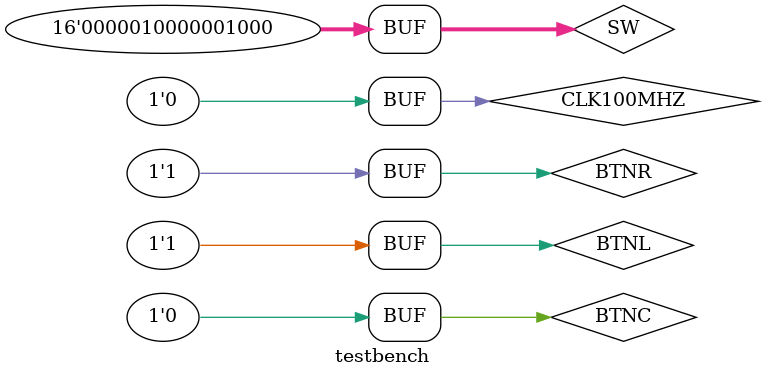
<source format=sv>
module testbench();
    logic CLK100MHZ, BTNC;
    logic BTNL, BTNR;
    logic [15:0] SW;
    logic [7:0]  AN;
    logic [6:0]  A2G;
    
    Top T(CLK100MHZ, BTNC, BTNL, BTNR, SW, AN, A2G);
    
    initial begin
      #0; BTNC <= 1;
      #2; BTNC <= 0;
      #2; BTNL <= 1; BTNR <= 1;
      #2; SW <= 16'b00000100_00001000; // 4+8
    end
    
    always begin
      CLK100MHZ <= 1; # 5; CLK100MHZ <= 0; # 5; end
endmodule

</source>
